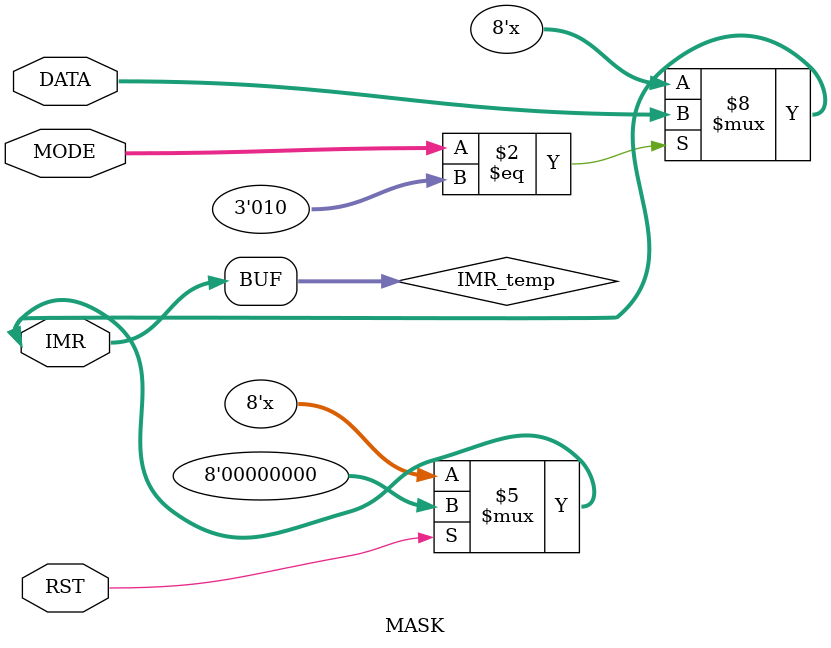
<source format=v>
module MASK (
  input [2:0] MODE,
  input [7:0] DATA,
  input RST,
  inout [7:0] IMR
);

  reg [7:0] IMR_temp;
  always @(*)
    begin
      if (MODE == 3'b010)
        IMR_temp = DATA;
    end

  always @(RST)
    begin
      if(RST)
        IMR_temp = 8'b0;
    end
    
    assign IMR = IMR_temp;
endmodule
</source>
